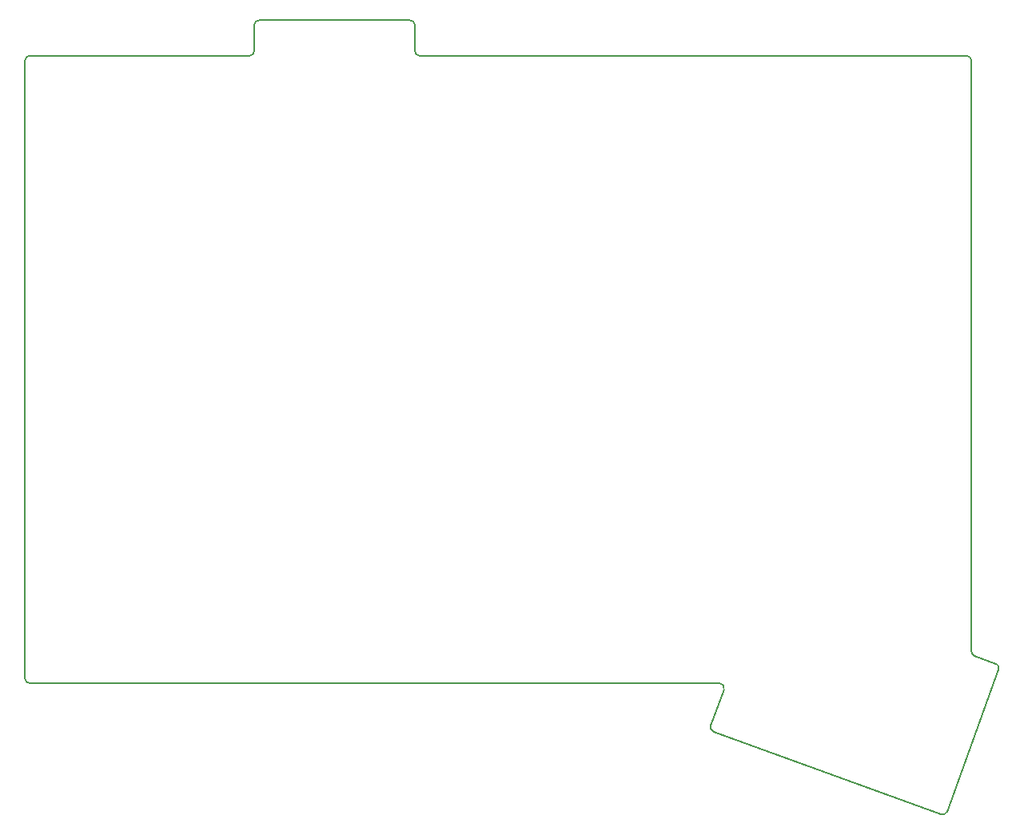
<source format=gbr>
%TF.GenerationSoftware,KiCad,Pcbnew,8.0.6-1.fc41*%
%TF.CreationDate,2024-12-09T10:01:21+11:00*%
%TF.ProjectId,pueo-mx-spaced,7075656f-2d6d-4782-9d73-70616365642e,0.1*%
%TF.SameCoordinates,Original*%
%TF.FileFunction,Profile,NP*%
%FSLAX46Y46*%
G04 Gerber Fmt 4.6, Leading zero omitted, Abs format (unit mm)*
G04 Created by KiCad (PCBNEW 8.0.6-1.fc41) date 2024-12-09 10:01:21*
%MOMM*%
%LPD*%
G01*
G04 APERTURE LIST*
%TA.AperFunction,Profile*%
%ADD10C,0.150000*%
%TD*%
G04 APERTURE END LIST*
D10*
X127391617Y-52508462D02*
G75*
G02*
X127891618Y-52008517I499983J-38D01*
G01*
X205937191Y-120172699D02*
X203670607Y-119347735D01*
X127391617Y-55258467D02*
G75*
G02*
X126891616Y-55758517I-500017J-33D01*
G01*
X203341619Y-118877887D02*
X203341618Y-56258468D01*
X103116618Y-56258467D02*
G75*
G02*
X103616618Y-55758518I499982J-33D01*
G01*
X200763705Y-135848639D02*
G75*
G02*
X200122849Y-136147464I-469805J170939D01*
G01*
X144891616Y-55758467D02*
G75*
G02*
X144391633Y-55258466I84J500067D01*
G01*
X177135354Y-122929480D02*
X175747211Y-126743380D01*
X202841618Y-55758469D02*
G75*
G02*
X203341631Y-56258468I82J-499931D01*
G01*
X143891619Y-52008471D02*
X127891618Y-52008467D01*
X126891616Y-55758470D02*
X103616618Y-55758466D01*
X103116618Y-114536918D02*
X103116617Y-121758467D01*
X144391618Y-55258466D02*
X144391617Y-52508469D01*
X176046045Y-127384233D02*
G75*
G02*
X175747193Y-126743373I170955J469833D01*
G01*
X200763705Y-135848639D02*
X206236028Y-120813557D01*
X176046045Y-127384233D02*
X200122846Y-136147473D01*
X202841618Y-55758469D02*
X144891616Y-55758467D01*
X176665508Y-122258469D02*
G75*
G02*
X177135348Y-122929478I92J-499931D01*
G01*
X103616618Y-122258466D02*
X176665508Y-122258469D01*
X103116618Y-56258467D02*
X103116618Y-114536918D01*
X103616618Y-122258466D02*
G75*
G02*
X103116634Y-121758467I82J500066D01*
G01*
X205937192Y-120172699D02*
G75*
G02*
X206236103Y-120813586I-170992J-469901D01*
G01*
X203670607Y-119347735D02*
G75*
G02*
X203341682Y-118877887I171093J469835D01*
G01*
X143891619Y-52008471D02*
G75*
G02*
X144391629Y-52508469I81J-499929D01*
G01*
X127391617Y-52508462D02*
X127391617Y-55258467D01*
M02*

</source>
